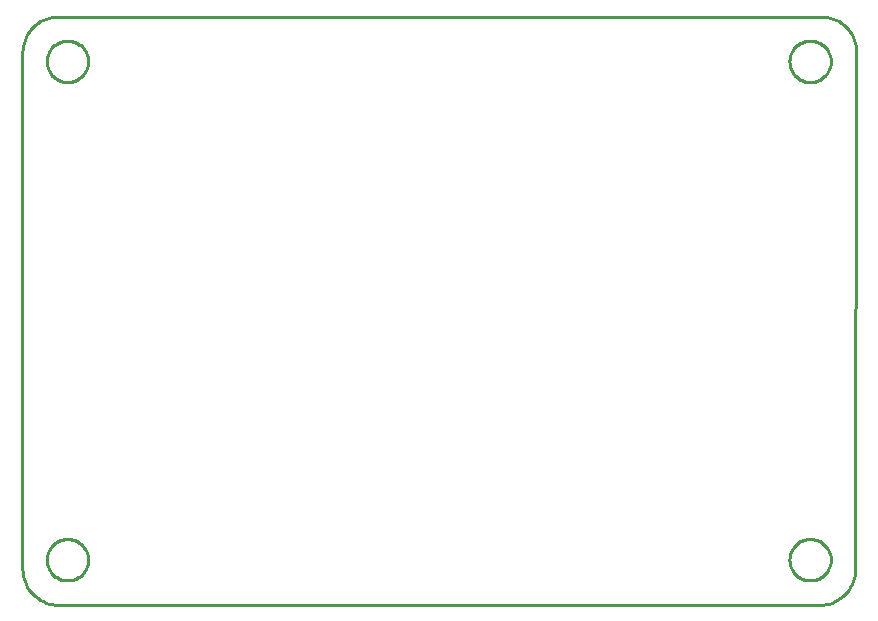
<source format=gbr>
G04 EAGLE Gerber RS-274X export*
G75*
%MOMM*%
%FSLAX34Y34*%
%LPD*%
%IN*%
%IPPOS*%
%AMOC8*
5,1,8,0,0,1.08239X$1,22.5*%
G01*
%ADD10C,0.254000*%


D10*
X0Y29915D02*
X118Y27304D01*
X463Y24714D01*
X1032Y22163D01*
X1821Y19672D01*
X2825Y17258D01*
X4035Y14942D01*
X5442Y12740D01*
X7036Y10669D01*
X8804Y8744D01*
X10734Y6981D01*
X12809Y5393D01*
X15015Y3992D01*
X17335Y2789D01*
X19751Y1792D01*
X22245Y1010D01*
X24797Y448D01*
X27389Y110D01*
X29915Y0D01*
X675060Y0D01*
X677675Y114D01*
X680270Y456D01*
X682825Y1022D01*
X685321Y1809D01*
X687739Y2811D01*
X690060Y4019D01*
X692267Y5425D01*
X694344Y7019D01*
X696273Y8787D01*
X698042Y10716D01*
X699635Y12793D01*
X701041Y15000D01*
X702249Y17321D01*
X703251Y19739D01*
X704038Y22235D01*
X704604Y24791D01*
X704946Y27385D01*
X705060Y29935D01*
X705940Y467941D01*
X705831Y470556D01*
X705495Y473151D01*
X704933Y475707D01*
X704151Y478205D01*
X703154Y480625D01*
X701951Y482949D01*
X700549Y485159D01*
X698960Y487238D01*
X697195Y489171D01*
X695269Y490943D01*
X693196Y492540D01*
X690992Y493951D01*
X688673Y495164D01*
X686257Y496170D01*
X683763Y496962D01*
X681209Y497534D01*
X678615Y497881D01*
X676000Y498000D01*
X675940Y498000D01*
X30000Y498000D01*
X27385Y497886D01*
X24791Y497544D01*
X22235Y496978D01*
X19739Y496191D01*
X17321Y495189D01*
X15000Y493981D01*
X12793Y492575D01*
X10716Y490981D01*
X8787Y489213D01*
X7019Y487284D01*
X5425Y485207D01*
X4019Y483000D01*
X2811Y480679D01*
X1809Y478261D01*
X1022Y475765D01*
X456Y473209D01*
X114Y470615D01*
X0Y468000D01*
X0Y29915D01*
X55600Y37527D02*
X55525Y36384D01*
X55376Y35248D01*
X55152Y34124D01*
X54855Y33017D01*
X54487Y31932D01*
X54049Y30874D01*
X53542Y29846D01*
X52969Y28854D01*
X52332Y27901D01*
X51635Y26992D01*
X50879Y26131D01*
X50069Y25321D01*
X49208Y24565D01*
X48299Y23868D01*
X47346Y23231D01*
X46354Y22658D01*
X45326Y22151D01*
X44268Y21713D01*
X43183Y21345D01*
X42076Y21048D01*
X40952Y20825D01*
X39816Y20675D01*
X38673Y20600D01*
X37527Y20600D01*
X36384Y20675D01*
X35248Y20825D01*
X34124Y21048D01*
X33017Y21345D01*
X31932Y21713D01*
X30874Y22151D01*
X29846Y22658D01*
X28854Y23231D01*
X27901Y23868D01*
X26992Y24565D01*
X26131Y25321D01*
X25321Y26131D01*
X24565Y26992D01*
X23868Y27901D01*
X23231Y28854D01*
X22658Y29846D01*
X22151Y30874D01*
X21713Y31932D01*
X21345Y33017D01*
X21048Y34124D01*
X20825Y35248D01*
X20675Y36384D01*
X20600Y37527D01*
X20600Y38673D01*
X20675Y39816D01*
X20825Y40952D01*
X21048Y42076D01*
X21345Y43183D01*
X21713Y44268D01*
X22151Y45326D01*
X22658Y46354D01*
X23231Y47346D01*
X23868Y48299D01*
X24565Y49208D01*
X25321Y50069D01*
X26131Y50879D01*
X26992Y51635D01*
X27901Y52332D01*
X28854Y52969D01*
X29846Y53542D01*
X30874Y54049D01*
X31932Y54487D01*
X33017Y54855D01*
X34124Y55152D01*
X35248Y55376D01*
X36384Y55525D01*
X37527Y55600D01*
X38673Y55600D01*
X39816Y55525D01*
X40952Y55376D01*
X42076Y55152D01*
X43183Y54855D01*
X44268Y54487D01*
X45326Y54049D01*
X46354Y53542D01*
X47346Y52969D01*
X48299Y52332D01*
X49208Y51635D01*
X50069Y50879D01*
X50879Y50069D01*
X51635Y49208D01*
X52332Y48299D01*
X52969Y47346D01*
X53542Y46354D01*
X54049Y45326D01*
X54487Y44268D01*
X54855Y43183D01*
X55152Y42076D01*
X55376Y40952D01*
X55525Y39816D01*
X55600Y38673D01*
X55600Y37527D01*
X55600Y459427D02*
X55525Y458284D01*
X55376Y457148D01*
X55152Y456024D01*
X54855Y454917D01*
X54487Y453832D01*
X54049Y452774D01*
X53542Y451746D01*
X52969Y450754D01*
X52332Y449801D01*
X51635Y448892D01*
X50879Y448031D01*
X50069Y447221D01*
X49208Y446465D01*
X48299Y445768D01*
X47346Y445131D01*
X46354Y444558D01*
X45326Y444051D01*
X44268Y443613D01*
X43183Y443245D01*
X42076Y442948D01*
X40952Y442725D01*
X39816Y442575D01*
X38673Y442500D01*
X37527Y442500D01*
X36384Y442575D01*
X35248Y442725D01*
X34124Y442948D01*
X33017Y443245D01*
X31932Y443613D01*
X30874Y444051D01*
X29846Y444558D01*
X28854Y445131D01*
X27901Y445768D01*
X26992Y446465D01*
X26131Y447221D01*
X25321Y448031D01*
X24565Y448892D01*
X23868Y449801D01*
X23231Y450754D01*
X22658Y451746D01*
X22151Y452774D01*
X21713Y453832D01*
X21345Y454917D01*
X21048Y456024D01*
X20825Y457148D01*
X20675Y458284D01*
X20600Y459427D01*
X20600Y460573D01*
X20675Y461716D01*
X20825Y462852D01*
X21048Y463976D01*
X21345Y465083D01*
X21713Y466168D01*
X22151Y467226D01*
X22658Y468254D01*
X23231Y469246D01*
X23868Y470199D01*
X24565Y471108D01*
X25321Y471969D01*
X26131Y472779D01*
X26992Y473535D01*
X27901Y474232D01*
X28854Y474869D01*
X29846Y475442D01*
X30874Y475949D01*
X31932Y476387D01*
X33017Y476755D01*
X34124Y477052D01*
X35248Y477276D01*
X36384Y477425D01*
X37527Y477500D01*
X38673Y477500D01*
X39816Y477425D01*
X40952Y477276D01*
X42076Y477052D01*
X43183Y476755D01*
X44268Y476387D01*
X45326Y475949D01*
X46354Y475442D01*
X47346Y474869D01*
X48299Y474232D01*
X49208Y473535D01*
X50069Y472779D01*
X50879Y471969D01*
X51635Y471108D01*
X52332Y470199D01*
X52969Y469246D01*
X53542Y468254D01*
X54049Y467226D01*
X54487Y466168D01*
X54855Y465083D01*
X55152Y463976D01*
X55376Y462852D01*
X55525Y461716D01*
X55600Y460573D01*
X55600Y459427D01*
X684400Y459427D02*
X684325Y458284D01*
X684176Y457148D01*
X683952Y456024D01*
X683655Y454917D01*
X683287Y453832D01*
X682849Y452774D01*
X682342Y451746D01*
X681769Y450754D01*
X681132Y449801D01*
X680435Y448892D01*
X679679Y448031D01*
X678869Y447221D01*
X678008Y446465D01*
X677099Y445768D01*
X676146Y445131D01*
X675154Y444558D01*
X674126Y444051D01*
X673068Y443613D01*
X671983Y443245D01*
X670876Y442948D01*
X669752Y442725D01*
X668616Y442575D01*
X667473Y442500D01*
X666327Y442500D01*
X665184Y442575D01*
X664048Y442725D01*
X662924Y442948D01*
X661817Y443245D01*
X660732Y443613D01*
X659674Y444051D01*
X658646Y444558D01*
X657654Y445131D01*
X656701Y445768D01*
X655792Y446465D01*
X654931Y447221D01*
X654121Y448031D01*
X653365Y448892D01*
X652668Y449801D01*
X652031Y450754D01*
X651458Y451746D01*
X650951Y452774D01*
X650513Y453832D01*
X650145Y454917D01*
X649848Y456024D01*
X649625Y457148D01*
X649475Y458284D01*
X649400Y459427D01*
X649400Y460573D01*
X649475Y461716D01*
X649625Y462852D01*
X649848Y463976D01*
X650145Y465083D01*
X650513Y466168D01*
X650951Y467226D01*
X651458Y468254D01*
X652031Y469246D01*
X652668Y470199D01*
X653365Y471108D01*
X654121Y471969D01*
X654931Y472779D01*
X655792Y473535D01*
X656701Y474232D01*
X657654Y474869D01*
X658646Y475442D01*
X659674Y475949D01*
X660732Y476387D01*
X661817Y476755D01*
X662924Y477052D01*
X664048Y477276D01*
X665184Y477425D01*
X666327Y477500D01*
X667473Y477500D01*
X668616Y477425D01*
X669752Y477276D01*
X670876Y477052D01*
X671983Y476755D01*
X673068Y476387D01*
X674126Y475949D01*
X675154Y475442D01*
X676146Y474869D01*
X677099Y474232D01*
X678008Y473535D01*
X678869Y472779D01*
X679679Y471969D01*
X680435Y471108D01*
X681132Y470199D01*
X681769Y469246D01*
X682342Y468254D01*
X682849Y467226D01*
X683287Y466168D01*
X683655Y465083D01*
X683952Y463976D01*
X684176Y462852D01*
X684325Y461716D01*
X684400Y460573D01*
X684400Y459427D01*
X684400Y37527D02*
X684325Y36384D01*
X684176Y35248D01*
X683952Y34124D01*
X683655Y33017D01*
X683287Y31932D01*
X682849Y30874D01*
X682342Y29846D01*
X681769Y28854D01*
X681132Y27901D01*
X680435Y26992D01*
X679679Y26131D01*
X678869Y25321D01*
X678008Y24565D01*
X677099Y23868D01*
X676146Y23231D01*
X675154Y22658D01*
X674126Y22151D01*
X673068Y21713D01*
X671983Y21345D01*
X670876Y21048D01*
X669752Y20825D01*
X668616Y20675D01*
X667473Y20600D01*
X666327Y20600D01*
X665184Y20675D01*
X664048Y20825D01*
X662924Y21048D01*
X661817Y21345D01*
X660732Y21713D01*
X659674Y22151D01*
X658646Y22658D01*
X657654Y23231D01*
X656701Y23868D01*
X655792Y24565D01*
X654931Y25321D01*
X654121Y26131D01*
X653365Y26992D01*
X652668Y27901D01*
X652031Y28854D01*
X651458Y29846D01*
X650951Y30874D01*
X650513Y31932D01*
X650145Y33017D01*
X649848Y34124D01*
X649625Y35248D01*
X649475Y36384D01*
X649400Y37527D01*
X649400Y38673D01*
X649475Y39816D01*
X649625Y40952D01*
X649848Y42076D01*
X650145Y43183D01*
X650513Y44268D01*
X650951Y45326D01*
X651458Y46354D01*
X652031Y47346D01*
X652668Y48299D01*
X653365Y49208D01*
X654121Y50069D01*
X654931Y50879D01*
X655792Y51635D01*
X656701Y52332D01*
X657654Y52969D01*
X658646Y53542D01*
X659674Y54049D01*
X660732Y54487D01*
X661817Y54855D01*
X662924Y55152D01*
X664048Y55376D01*
X665184Y55525D01*
X666327Y55600D01*
X667473Y55600D01*
X668616Y55525D01*
X669752Y55376D01*
X670876Y55152D01*
X671983Y54855D01*
X673068Y54487D01*
X674126Y54049D01*
X675154Y53542D01*
X676146Y52969D01*
X677099Y52332D01*
X678008Y51635D01*
X678869Y50879D01*
X679679Y50069D01*
X680435Y49208D01*
X681132Y48299D01*
X681769Y47346D01*
X682342Y46354D01*
X682849Y45326D01*
X683287Y44268D01*
X683655Y43183D01*
X683952Y42076D01*
X684176Y40952D01*
X684325Y39816D01*
X684400Y38673D01*
X684400Y37527D01*
M02*

</source>
